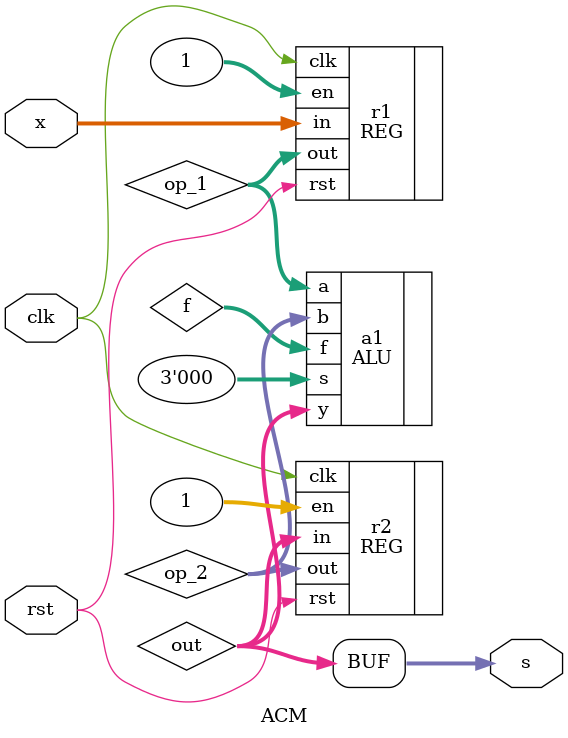
<source format=v>
`timescale 1ns / 1ps


module ACM(
    input [5:0] x,
    input rst,
    input clk,
    output [5:0] s
    );
    wire [5:0]op_1,op_2,out;
    wire [2:0]f;
    assign s=out;
    REG r1(.in(x),.en(1),.rst(rst),.clk(clk),.out(op_1));
    REG r2(.in(out),.en(1),.rst(rst),.clk(clk),.out(op_2));
    ALU a1(.s(3'b000),.a(op_1),.b(op_2),.y(out),.f(f));
endmodule

</source>
